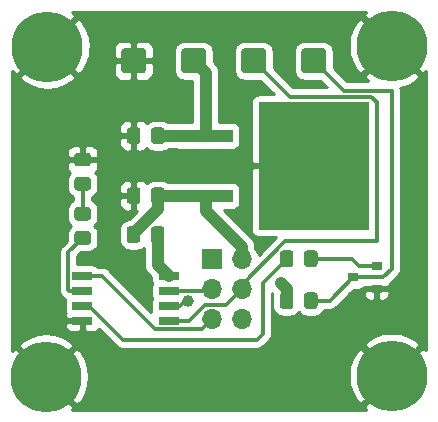
<source format=gbr>
%TF.GenerationSoftware,KiCad,Pcbnew,5.1.9*%
%TF.CreationDate,2021-02-14T15:49:58+01:00*%
%TF.ProjectId,test,74657374-2e6b-4696-9361-645f70636258,rev?*%
%TF.SameCoordinates,Original*%
%TF.FileFunction,Copper,L1,Top*%
%TF.FilePolarity,Positive*%
%FSLAX46Y46*%
G04 Gerber Fmt 4.6, Leading zero omitted, Abs format (unit mm)*
G04 Created by KiCad (PCBNEW 5.1.9) date 2021-02-14 15:49:58*
%MOMM*%
%LPD*%
G01*
G04 APERTURE LIST*
%TA.AperFunction,ComponentPad*%
%ADD10O,1.700000X1.700000*%
%TD*%
%TA.AperFunction,ComponentPad*%
%ADD11R,1.700000X1.700000*%
%TD*%
%TA.AperFunction,SMDPad,CuDef*%
%ADD12R,0.900000X0.800000*%
%TD*%
%TA.AperFunction,ComponentPad*%
%ADD13C,0.800000*%
%TD*%
%TA.AperFunction,ComponentPad*%
%ADD14C,6.000000*%
%TD*%
%TA.AperFunction,SMDPad,CuDef*%
%ADD15R,1.700000X0.650000*%
%TD*%
%TA.AperFunction,SMDPad,CuDef*%
%ADD16R,9.400000X10.800000*%
%TD*%
%TA.AperFunction,SMDPad,CuDef*%
%ADD17R,4.600000X1.100000*%
%TD*%
%TA.AperFunction,ViaPad*%
%ADD18C,1.000000*%
%TD*%
%TA.AperFunction,Conductor*%
%ADD19C,0.300000*%
%TD*%
%TA.AperFunction,Conductor*%
%ADD20C,1.000000*%
%TD*%
%TA.AperFunction,Conductor*%
%ADD21C,0.254000*%
%TD*%
%TA.AperFunction,Conductor*%
%ADD22C,0.100000*%
%TD*%
G04 APERTURE END LIST*
D10*
%TO.P,J1,6*%
%TO.N,GND*%
X38354000Y-43484800D03*
%TO.P,J1,5*%
%TO.N,Net-(J1-Pad5)*%
X35814000Y-43484800D03*
%TO.P,J1,4*%
%TO.N,Net-(H3-Pad1)*%
X38354000Y-40944800D03*
%TO.P,J1,3*%
%TO.N,Net-(J1-Pad3)*%
X35814000Y-40944800D03*
%TO.P,J1,2*%
%TO.N,+5V*%
X38354000Y-38404800D03*
D11*
%TO.P,J1,1*%
%TO.N,Net-(J1-Pad1)*%
X35814000Y-38404800D03*
%TD*%
D12*
%TO.P,Q1,3*%
%TO.N,Net-(H4-Pad1)*%
X47784000Y-39944000D03*
%TO.P,Q1,2*%
%TO.N,Net-(Q1-Pad2)*%
X49784000Y-38994000D03*
%TO.P,Q1,1*%
%TO.N,GND*%
X49784000Y-40894000D03*
%TD*%
%TO.P,R1,2*%
%TO.N,+5V*%
%TA.AperFunction,SMDPad,CuDef*%
G36*
G01*
X29767000Y-35871999D02*
X29767000Y-36772001D01*
G75*
G02*
X29517001Y-37022000I-249999J0D01*
G01*
X28866999Y-37022000D01*
G75*
G02*
X28617000Y-36772001I0J249999D01*
G01*
X28617000Y-35871999D01*
G75*
G02*
X28866999Y-35622000I249999J0D01*
G01*
X29517001Y-35622000D01*
G75*
G02*
X29767000Y-35871999I0J-249999D01*
G01*
G37*
%TD.AperFunction*%
%TO.P,R1,1*%
%TO.N,Net-(R1-Pad1)*%
%TA.AperFunction,SMDPad,CuDef*%
G36*
G01*
X31817000Y-35871999D02*
X31817000Y-36772001D01*
G75*
G02*
X31567001Y-37022000I-249999J0D01*
G01*
X30916999Y-37022000D01*
G75*
G02*
X30667000Y-36772001I0J249999D01*
G01*
X30667000Y-35871999D01*
G75*
G02*
X30916999Y-35622000I249999J0D01*
G01*
X31567001Y-35622000D01*
G75*
G02*
X31817000Y-35871999I0J-249999D01*
G01*
G37*
%TD.AperFunction*%
%TD*%
%TO.P,C2,2*%
%TO.N,GND*%
%TA.AperFunction,SMDPad,CuDef*%
G36*
G01*
X29785000Y-32569999D02*
X29785000Y-33470001D01*
G75*
G02*
X29535001Y-33720000I-249999J0D01*
G01*
X28884999Y-33720000D01*
G75*
G02*
X28635000Y-33470001I0J249999D01*
G01*
X28635000Y-32569999D01*
G75*
G02*
X28884999Y-32320000I249999J0D01*
G01*
X29535001Y-32320000D01*
G75*
G02*
X29785000Y-32569999I0J-249999D01*
G01*
G37*
%TD.AperFunction*%
%TO.P,C2,1*%
%TO.N,+5V*%
%TA.AperFunction,SMDPad,CuDef*%
G36*
G01*
X31835000Y-32569999D02*
X31835000Y-33470001D01*
G75*
G02*
X31585001Y-33720000I-249999J0D01*
G01*
X30934999Y-33720000D01*
G75*
G02*
X30685000Y-33470001I0J249999D01*
G01*
X30685000Y-32569999D01*
G75*
G02*
X30934999Y-32320000I249999J0D01*
G01*
X31585001Y-32320000D01*
G75*
G02*
X31835000Y-32569999I0J-249999D01*
G01*
G37*
%TD.AperFunction*%
%TD*%
%TO.P,R4,2*%
%TO.N,Net-(H4-Pad1)*%
%TA.AperFunction,SMDPad,CuDef*%
G36*
G01*
X43630000Y-42360001D02*
X43630000Y-41459999D01*
G75*
G02*
X43879999Y-41210000I249999J0D01*
G01*
X44530001Y-41210000D01*
G75*
G02*
X44780000Y-41459999I0J-249999D01*
G01*
X44780000Y-42360001D01*
G75*
G02*
X44530001Y-42610000I-249999J0D01*
G01*
X43879999Y-42610000D01*
G75*
G02*
X43630000Y-42360001I0J249999D01*
G01*
G37*
%TD.AperFunction*%
%TO.P,R4,1*%
%TO.N,+5V*%
%TA.AperFunction,SMDPad,CuDef*%
G36*
G01*
X41580000Y-42360001D02*
X41580000Y-41459999D01*
G75*
G02*
X41829999Y-41210000I249999J0D01*
G01*
X42480001Y-41210000D01*
G75*
G02*
X42730000Y-41459999I0J-249999D01*
G01*
X42730000Y-42360001D01*
G75*
G02*
X42480001Y-42610000I-249999J0D01*
G01*
X41829999Y-42610000D01*
G75*
G02*
X41580000Y-42360001I0J249999D01*
G01*
G37*
%TD.AperFunction*%
%TD*%
%TO.P,R3,2*%
%TO.N,Net-(R3-Pad2)*%
%TA.AperFunction,SMDPad,CuDef*%
G36*
G01*
X42739000Y-37903999D02*
X42739000Y-38804001D01*
G75*
G02*
X42489001Y-39054000I-249999J0D01*
G01*
X41838999Y-39054000D01*
G75*
G02*
X41589000Y-38804001I0J249999D01*
G01*
X41589000Y-37903999D01*
G75*
G02*
X41838999Y-37654000I249999J0D01*
G01*
X42489001Y-37654000D01*
G75*
G02*
X42739000Y-37903999I0J-249999D01*
G01*
G37*
%TD.AperFunction*%
%TO.P,R3,1*%
%TO.N,Net-(Q1-Pad2)*%
%TA.AperFunction,SMDPad,CuDef*%
G36*
G01*
X44789000Y-37903999D02*
X44789000Y-38804001D01*
G75*
G02*
X44539001Y-39054000I-249999J0D01*
G01*
X43888999Y-39054000D01*
G75*
G02*
X43639000Y-38804001I0J249999D01*
G01*
X43639000Y-37903999D01*
G75*
G02*
X43888999Y-37654000I249999J0D01*
G01*
X44539001Y-37654000D01*
G75*
G02*
X44789000Y-37903999I0J-249999D01*
G01*
G37*
%TD.AperFunction*%
%TD*%
D13*
%TO.P,H8,1*%
%TO.N,GND*%
X52644990Y-46669010D03*
X51054000Y-46010000D03*
X49463010Y-46669010D03*
X48804000Y-48260000D03*
X49463010Y-49850990D03*
X51054000Y-50510000D03*
X52644990Y-49850990D03*
X53304000Y-48260000D03*
D14*
X51054000Y-48260000D03*
%TD*%
D13*
%TO.P,H7,1*%
%TO.N,GND*%
X52644990Y-18733010D03*
X51054000Y-18074000D03*
X49463010Y-18733010D03*
X48804000Y-20324000D03*
X49463010Y-21914990D03*
X51054000Y-22574000D03*
X52644990Y-21914990D03*
X53304000Y-20324000D03*
D14*
X51054000Y-20320000D03*
%TD*%
D13*
%TO.P,H6,1*%
%TO.N,GND*%
X23368000Y-46736000D03*
X21777010Y-46076990D03*
X20186020Y-46736000D03*
X19527010Y-48326990D03*
X20186020Y-49917980D03*
X21777010Y-50576990D03*
X23368000Y-49917980D03*
X24027010Y-48326990D03*
D14*
X21777010Y-48326990D03*
%TD*%
D13*
%TO.P,H5,1*%
%TO.N,GND*%
X23501980Y-18796000D03*
X21910990Y-18136990D03*
X20320000Y-18796000D03*
X19660990Y-20386990D03*
X20320000Y-21977980D03*
X21910990Y-22636990D03*
X23501980Y-21977980D03*
X24160990Y-20386990D03*
D14*
X21910990Y-20386990D03*
%TD*%
D15*
%TO.P,U1,8*%
%TO.N,Net-(R1-Pad1)*%
X32166600Y-39801800D03*
%TO.P,U1,7*%
%TO.N,Net-(J1-Pad3)*%
X32166600Y-41071800D03*
%TO.P,U1,6*%
%TO.N,Net-(J1-Pad1)*%
X32166600Y-42341800D03*
%TO.P,U1,5*%
%TO.N,Net-(H3-Pad1)*%
X32166600Y-43611800D03*
%TO.P,U1,4*%
%TO.N,GND*%
X24866600Y-43611800D03*
%TO.P,U1,3*%
%TO.N,Net-(R3-Pad2)*%
X24866600Y-42341800D03*
%TO.P,U1,2*%
%TO.N,Net-(R2-Pad2)*%
X24866600Y-41071800D03*
%TO.P,U1,1*%
%TO.N,Net-(J1-Pad5)*%
X24866600Y-39801800D03*
%TD*%
%TO.P,H4-Pwr,1*%
%TO.N,Net-(H4-Pad1)*%
%TA.AperFunction,ComponentPad*%
G36*
G01*
X43400000Y-22390000D02*
X43400000Y-20790000D01*
G75*
G02*
X43650000Y-20540000I250000J0D01*
G01*
X45250000Y-20540000D01*
G75*
G02*
X45500000Y-20790000I0J-250000D01*
G01*
X45500000Y-22390000D01*
G75*
G02*
X45250000Y-22640000I-250000J0D01*
G01*
X43650000Y-22640000D01*
G75*
G02*
X43400000Y-22390000I0J250000D01*
G01*
G37*
%TD.AperFunction*%
%TD*%
%TO.P,H3-Off,1*%
%TO.N,Net-(H3-Pad1)*%
%TA.AperFunction,ComponentPad*%
G36*
G01*
X38320000Y-22390000D02*
X38320000Y-20790000D01*
G75*
G02*
X38570000Y-20540000I250000J0D01*
G01*
X40170000Y-20540000D01*
G75*
G02*
X40420000Y-20790000I0J-250000D01*
G01*
X40420000Y-22390000D01*
G75*
G02*
X40170000Y-22640000I-250000J0D01*
G01*
X38570000Y-22640000D01*
G75*
G02*
X38320000Y-22390000I0J250000D01*
G01*
G37*
%TD.AperFunction*%
%TD*%
%TO.P,H2-GND,1*%
%TO.N,GND*%
%TA.AperFunction,ComponentPad*%
G36*
G01*
X28160000Y-22390000D02*
X28160000Y-20790000D01*
G75*
G02*
X28410000Y-20540000I250000J0D01*
G01*
X30010000Y-20540000D01*
G75*
G02*
X30260000Y-20790000I0J-250000D01*
G01*
X30260000Y-22390000D01*
G75*
G02*
X30010000Y-22640000I-250000J0D01*
G01*
X28410000Y-22640000D01*
G75*
G02*
X28160000Y-22390000I0J250000D01*
G01*
G37*
%TD.AperFunction*%
%TD*%
%TO.P,H1-VCC,1*%
%TO.N,Net-(C1-Pad1)*%
%TA.AperFunction,ComponentPad*%
G36*
G01*
X33240000Y-22390000D02*
X33240000Y-20790000D01*
G75*
G02*
X33490000Y-20540000I250000J0D01*
G01*
X35090000Y-20540000D01*
G75*
G02*
X35340000Y-20790000I0J-250000D01*
G01*
X35340000Y-22390000D01*
G75*
G02*
X35090000Y-22640000I-250000J0D01*
G01*
X33490000Y-22640000D01*
G75*
G02*
X33240000Y-22390000I0J250000D01*
G01*
G37*
%TD.AperFunction*%
%TD*%
D16*
%TO.P,U2,2*%
%TO.N,GND*%
X44450000Y-30480000D03*
D17*
%TO.P,U2,3*%
%TO.N,+5V*%
X35300000Y-33020000D03*
%TO.P,U2,1*%
%TO.N,Net-(C1-Pad1)*%
X35300000Y-27940000D03*
%TD*%
%TO.P,D1,2*%
%TO.N,Net-(D1-Pad2)*%
%TA.AperFunction,SMDPad,CuDef*%
G36*
G01*
X24441999Y-31438000D02*
X25342001Y-31438000D01*
G75*
G02*
X25592000Y-31687999I0J-249999D01*
G01*
X25592000Y-32338001D01*
G75*
G02*
X25342001Y-32588000I-249999J0D01*
G01*
X24441999Y-32588000D01*
G75*
G02*
X24192000Y-32338001I0J249999D01*
G01*
X24192000Y-31687999D01*
G75*
G02*
X24441999Y-31438000I249999J0D01*
G01*
G37*
%TD.AperFunction*%
%TO.P,D1,1*%
%TO.N,GND*%
%TA.AperFunction,SMDPad,CuDef*%
G36*
G01*
X24441999Y-29388000D02*
X25342001Y-29388000D01*
G75*
G02*
X25592000Y-29637999I0J-249999D01*
G01*
X25592000Y-30288001D01*
G75*
G02*
X25342001Y-30538000I-249999J0D01*
G01*
X24441999Y-30538000D01*
G75*
G02*
X24192000Y-30288001I0J249999D01*
G01*
X24192000Y-29637999D01*
G75*
G02*
X24441999Y-29388000I249999J0D01*
G01*
G37*
%TD.AperFunction*%
%TD*%
%TO.P,R2,2*%
%TO.N,Net-(R2-Pad2)*%
%TA.AperFunction,SMDPad,CuDef*%
G36*
G01*
X24441999Y-36019000D02*
X25342001Y-36019000D01*
G75*
G02*
X25592000Y-36268999I0J-249999D01*
G01*
X25592000Y-36919001D01*
G75*
G02*
X25342001Y-37169000I-249999J0D01*
G01*
X24441999Y-37169000D01*
G75*
G02*
X24192000Y-36919001I0J249999D01*
G01*
X24192000Y-36268999D01*
G75*
G02*
X24441999Y-36019000I249999J0D01*
G01*
G37*
%TD.AperFunction*%
%TO.P,R2,1*%
%TO.N,Net-(D1-Pad2)*%
%TA.AperFunction,SMDPad,CuDef*%
G36*
G01*
X24441999Y-33969000D02*
X25342001Y-33969000D01*
G75*
G02*
X25592000Y-34218999I0J-249999D01*
G01*
X25592000Y-34869001D01*
G75*
G02*
X25342001Y-35119000I-249999J0D01*
G01*
X24441999Y-35119000D01*
G75*
G02*
X24192000Y-34869001I0J249999D01*
G01*
X24192000Y-34218999D01*
G75*
G02*
X24441999Y-33969000I249999J0D01*
G01*
G37*
%TD.AperFunction*%
%TD*%
%TO.P,C1,2*%
%TO.N,GND*%
%TA.AperFunction,SMDPad,CuDef*%
G36*
G01*
X29785000Y-27489999D02*
X29785000Y-28390001D01*
G75*
G02*
X29535001Y-28640000I-249999J0D01*
G01*
X28884999Y-28640000D01*
G75*
G02*
X28635000Y-28390001I0J249999D01*
G01*
X28635000Y-27489999D01*
G75*
G02*
X28884999Y-27240000I249999J0D01*
G01*
X29535001Y-27240000D01*
G75*
G02*
X29785000Y-27489999I0J-249999D01*
G01*
G37*
%TD.AperFunction*%
%TO.P,C1,1*%
%TO.N,Net-(C1-Pad1)*%
%TA.AperFunction,SMDPad,CuDef*%
G36*
G01*
X31835000Y-27489999D02*
X31835000Y-28390001D01*
G75*
G02*
X31585001Y-28640000I-249999J0D01*
G01*
X30934999Y-28640000D01*
G75*
G02*
X30685000Y-28390001I0J249999D01*
G01*
X30685000Y-27489999D01*
G75*
G02*
X30934999Y-27240000I249999J0D01*
G01*
X31585001Y-27240000D01*
G75*
G02*
X31835000Y-27489999I0J-249999D01*
G01*
G37*
%TD.AperFunction*%
%TD*%
D18*
%TO.N,+5V*%
X41656000Y-40386000D03*
%TO.N,Net-(J1-Pad1)*%
X33782000Y-41921800D03*
%TD*%
D19*
%TO.N,Net-(D1-Pad2)*%
X24892000Y-34544000D02*
X24892000Y-32013000D01*
D20*
%TO.N,Net-(R1-Pad1)*%
X31242000Y-38877200D02*
X32166600Y-39801800D01*
X31242000Y-36322000D02*
X31242000Y-38877200D01*
D19*
%TO.N,Net-(R2-Pad2)*%
X23666599Y-37819401D02*
X24892000Y-36594000D01*
X23666599Y-41021799D02*
X23666599Y-37819401D01*
X23716600Y-41071800D02*
X23666599Y-41021799D01*
X24866600Y-41071800D02*
X23716600Y-41071800D01*
D20*
%TO.N,Net-(C1-Pad1)*%
X31260000Y-27940000D02*
X35300000Y-27940000D01*
X35300000Y-22600000D02*
X34290000Y-21590000D01*
X35300000Y-27940000D02*
X35300000Y-22600000D01*
D19*
%TO.N,Net-(Q1-Pad2)*%
X48314002Y-38994000D02*
X49784000Y-38994000D01*
X47674002Y-38354000D02*
X48314002Y-38994000D01*
X44214000Y-38354000D02*
X47674002Y-38354000D01*
%TO.N,Net-(R3-Pad2)*%
X25401602Y-42341800D02*
X28271802Y-45212000D01*
X24866600Y-42341800D02*
X25401602Y-42341800D01*
X28271802Y-45212000D02*
X39624000Y-45212000D01*
X39624000Y-45212000D02*
X40132000Y-44704000D01*
X40132000Y-40386000D02*
X42164000Y-38354000D01*
X40132000Y-44704000D02*
X40132000Y-40386000D01*
D20*
%TO.N,+5V*%
X31260000Y-33020000D02*
X35300000Y-33020000D01*
X35300000Y-34284000D02*
X35560000Y-34544000D01*
X35300000Y-33020000D02*
X35300000Y-34284000D01*
X29192000Y-36253480D02*
X29192000Y-36322000D01*
X31260000Y-34185480D02*
X29192000Y-36253480D01*
X31260000Y-33020000D02*
X31260000Y-34185480D01*
X42155000Y-40885000D02*
X41656000Y-40386000D01*
X42155000Y-41910000D02*
X42155000Y-40885000D01*
X35300000Y-34284000D02*
X38354000Y-37338000D01*
X38354000Y-37338000D02*
X38354000Y-38404800D01*
D19*
%TO.N,Net-(J1-Pad5)*%
X35011999Y-44286801D02*
X35814000Y-43484800D01*
X31036599Y-44286801D02*
X35011999Y-44286801D01*
X26551598Y-39801800D02*
X31036599Y-44286801D01*
X24866600Y-39801800D02*
X26551598Y-39801800D01*
%TO.N,Net-(J1-Pad3)*%
X35687000Y-41071800D02*
X35814000Y-40944800D01*
X32166600Y-41071800D02*
X35687000Y-41071800D01*
%TO.N,Net-(J1-Pad1)*%
X32166600Y-42341800D02*
X33096200Y-42341800D01*
X33096200Y-42341800D02*
X33782000Y-41656000D01*
X33782000Y-41656000D02*
X33782000Y-41921800D01*
%TO.N,Net-(H3-Pad1)*%
X37014001Y-42284799D02*
X38354000Y-40944800D01*
X35237999Y-42284799D02*
X37014001Y-42284799D01*
X33910998Y-43611800D02*
X35237999Y-42284799D01*
X32166600Y-43611800D02*
X33910998Y-43611800D01*
X49338002Y-24638000D02*
X42418000Y-24638000D01*
X49784000Y-36830000D02*
X49784000Y-25083998D01*
X42064454Y-36830000D02*
X49784000Y-36830000D01*
X49784000Y-25083998D02*
X49338002Y-24638000D01*
X38354000Y-40540454D02*
X42064454Y-36830000D01*
X42418000Y-24638000D02*
X39370000Y-21590000D01*
X38354000Y-40944800D02*
X38354000Y-40540454D01*
%TO.N,Net-(H4-Pad1)*%
X45818000Y-41910000D02*
X47784000Y-39944000D01*
X44205000Y-41910000D02*
X45818000Y-41910000D01*
X46530001Y-23670001D02*
X44450000Y-21590000D01*
X46990000Y-24130000D02*
X46530001Y-23670001D01*
X51054000Y-24130000D02*
X46990000Y-24130000D01*
X51054000Y-39204002D02*
X51054000Y-24130000D01*
X50314002Y-39944000D02*
X51054000Y-39204002D01*
X47784000Y-39944000D02*
X50314002Y-39944000D01*
%TD*%
D21*
%TO.N,GND*%
X48674919Y-17761314D02*
X48936578Y-18022973D01*
X48936174Y-18026569D01*
X49463010Y-18553405D01*
X49465010Y-18551405D01*
X49644615Y-18731010D01*
X49642615Y-18733010D01*
X50169451Y-19259846D01*
X50173047Y-19259442D01*
X51054000Y-20140395D01*
X51068143Y-20126253D01*
X51247748Y-20305858D01*
X51233605Y-20320000D01*
X52118558Y-21204953D01*
X52118154Y-21208549D01*
X52644990Y-21735385D01*
X52646990Y-21733385D01*
X52826595Y-21912990D01*
X52824595Y-21914990D01*
X53351431Y-22441826D01*
X53355027Y-22441422D01*
X53612686Y-22699081D01*
X53949303Y-22457882D01*
X53941580Y-46116585D01*
X53612686Y-45880919D01*
X51233605Y-48260000D01*
X51247748Y-48274143D01*
X51068143Y-48453748D01*
X51054000Y-48439605D01*
X48674919Y-50818686D01*
X48916617Y-51156000D01*
X23962393Y-51156000D01*
X24156091Y-50885676D01*
X21777010Y-48506595D01*
X21762868Y-48520738D01*
X21583263Y-48341133D01*
X21597405Y-48326990D01*
X21956615Y-48326990D01*
X24335696Y-50706071D01*
X24804878Y-50369884D01*
X25145247Y-49739922D01*
X25356176Y-49055663D01*
X25429560Y-48343401D01*
X25420183Y-48243589D01*
X47401450Y-48243589D01*
X47468431Y-48956482D01*
X47673204Y-49642609D01*
X48007898Y-50275603D01*
X48026132Y-50302894D01*
X48495314Y-50639081D01*
X50874395Y-48260000D01*
X48495314Y-45880919D01*
X48026132Y-46217106D01*
X47685763Y-46847068D01*
X47474834Y-47531327D01*
X47401450Y-48243589D01*
X25420183Y-48243589D01*
X25362579Y-47630508D01*
X25157806Y-46944381D01*
X24823112Y-46311387D01*
X24804878Y-46284096D01*
X24335696Y-45947909D01*
X21956615Y-48326990D01*
X21597405Y-48326990D01*
X19218324Y-45947909D01*
X18948000Y-46141607D01*
X18948000Y-45768304D01*
X19397929Y-45768304D01*
X21777010Y-48147385D01*
X24156091Y-45768304D01*
X23819904Y-45299122D01*
X23189942Y-44958753D01*
X22505683Y-44747824D01*
X21793421Y-44674440D01*
X21080528Y-44741421D01*
X20394401Y-44946194D01*
X19761407Y-45280888D01*
X19734116Y-45299122D01*
X19397929Y-45768304D01*
X18948000Y-45768304D01*
X18948000Y-43936800D01*
X23378528Y-43936800D01*
X23390788Y-44061282D01*
X23427098Y-44180980D01*
X23486063Y-44291294D01*
X23565415Y-44387985D01*
X23662106Y-44467337D01*
X23772420Y-44526302D01*
X23892118Y-44562612D01*
X24016600Y-44574872D01*
X24580850Y-44571800D01*
X24739600Y-44413050D01*
X24739600Y-43738800D01*
X23540350Y-43738800D01*
X23381600Y-43897550D01*
X23378528Y-43936800D01*
X18948000Y-43936800D01*
X18948000Y-37819401D01*
X22877802Y-37819401D01*
X22881600Y-37857964D01*
X22881599Y-40983246D01*
X22877802Y-41021799D01*
X22881599Y-41060352D01*
X22881599Y-41060359D01*
X22892958Y-41175685D01*
X22937845Y-41323658D01*
X23010737Y-41460031D01*
X23108835Y-41579563D01*
X23136298Y-41602101D01*
X23158836Y-41629564D01*
X23278367Y-41727662D01*
X23414740Y-41800554D01*
X23418297Y-41801633D01*
X23390788Y-41892318D01*
X23378528Y-42016800D01*
X23378528Y-42666800D01*
X23390788Y-42791282D01*
X23427098Y-42910980D01*
X23462280Y-42976800D01*
X23427098Y-43042620D01*
X23390788Y-43162318D01*
X23378528Y-43286800D01*
X23381600Y-43326050D01*
X23540350Y-43484800D01*
X24739600Y-43484800D01*
X24739600Y-43464800D01*
X24993600Y-43464800D01*
X24993600Y-43484800D01*
X25013600Y-43484800D01*
X25013600Y-43738800D01*
X24993600Y-43738800D01*
X24993600Y-44413050D01*
X25152350Y-44571800D01*
X25716600Y-44574872D01*
X25841082Y-44562612D01*
X25960780Y-44526302D01*
X26071094Y-44467337D01*
X26167785Y-44387985D01*
X26244343Y-44294698D01*
X27689455Y-45739810D01*
X27714038Y-45769764D01*
X27833569Y-45867862D01*
X27937892Y-45923623D01*
X27969942Y-45940754D01*
X28117915Y-45985642D01*
X28192828Y-45993020D01*
X28233241Y-45997000D01*
X28233246Y-45997000D01*
X28271802Y-46000797D01*
X28310358Y-45997000D01*
X39585447Y-45997000D01*
X39624000Y-46000797D01*
X39662553Y-45997000D01*
X39662561Y-45997000D01*
X39777887Y-45985641D01*
X39925860Y-45940754D01*
X40062233Y-45867862D01*
X40181764Y-45769764D01*
X40206347Y-45739810D01*
X40244843Y-45701314D01*
X48674919Y-45701314D01*
X51054000Y-48080395D01*
X53433081Y-45701314D01*
X53096894Y-45232132D01*
X52466932Y-44891763D01*
X51782673Y-44680834D01*
X51070411Y-44607450D01*
X50357518Y-44674431D01*
X49671391Y-44879204D01*
X49038397Y-45213898D01*
X49011106Y-45232132D01*
X48674919Y-45701314D01*
X40244843Y-45701314D01*
X40659811Y-45286346D01*
X40689764Y-45261764D01*
X40787862Y-45142233D01*
X40860754Y-45005860D01*
X40905641Y-44857887D01*
X40917000Y-44742561D01*
X40917000Y-44742554D01*
X40920797Y-44704001D01*
X40917000Y-44665448D01*
X40917000Y-41252132D01*
X40958330Y-41293462D01*
X40941928Y-41459999D01*
X40941928Y-42360001D01*
X40958992Y-42533255D01*
X41009528Y-42699851D01*
X41091595Y-42853387D01*
X41202038Y-42987962D01*
X41336613Y-43098405D01*
X41490149Y-43180472D01*
X41656745Y-43231008D01*
X41829999Y-43248072D01*
X42480001Y-43248072D01*
X42653255Y-43231008D01*
X42819851Y-43180472D01*
X42973387Y-43098405D01*
X43107962Y-42987962D01*
X43180000Y-42900184D01*
X43252038Y-42987962D01*
X43386613Y-43098405D01*
X43540149Y-43180472D01*
X43706745Y-43231008D01*
X43879999Y-43248072D01*
X44530001Y-43248072D01*
X44703255Y-43231008D01*
X44869851Y-43180472D01*
X45023387Y-43098405D01*
X45157962Y-42987962D01*
X45268405Y-42853387D01*
X45350472Y-42699851D01*
X45351944Y-42695000D01*
X45779447Y-42695000D01*
X45818000Y-42698797D01*
X45856553Y-42695000D01*
X45856561Y-42695000D01*
X45971887Y-42683641D01*
X46119860Y-42638754D01*
X46256233Y-42565862D01*
X46375764Y-42467764D01*
X46400347Y-42437810D01*
X47544157Y-41294000D01*
X48695928Y-41294000D01*
X48708188Y-41418482D01*
X48744498Y-41538180D01*
X48803463Y-41648494D01*
X48882815Y-41745185D01*
X48979506Y-41824537D01*
X49089820Y-41883502D01*
X49209518Y-41919812D01*
X49334000Y-41932072D01*
X49498250Y-41929000D01*
X49657000Y-41770250D01*
X49657000Y-41021000D01*
X49911000Y-41021000D01*
X49911000Y-41770250D01*
X50069750Y-41929000D01*
X50234000Y-41932072D01*
X50358482Y-41919812D01*
X50478180Y-41883502D01*
X50588494Y-41824537D01*
X50685185Y-41745185D01*
X50764537Y-41648494D01*
X50823502Y-41538180D01*
X50859812Y-41418482D01*
X50872072Y-41294000D01*
X50869000Y-41179750D01*
X50710250Y-41021000D01*
X49911000Y-41021000D01*
X49657000Y-41021000D01*
X48857750Y-41021000D01*
X48699000Y-41179750D01*
X48695928Y-41294000D01*
X47544157Y-41294000D01*
X47856085Y-40982072D01*
X48234000Y-40982072D01*
X48358482Y-40969812D01*
X48478180Y-40933502D01*
X48588494Y-40874537D01*
X48685185Y-40795185D01*
X48739501Y-40729000D01*
X48819750Y-40729000D01*
X48857750Y-40767000D01*
X49657000Y-40767000D01*
X49657000Y-40747000D01*
X49911000Y-40747000D01*
X49911000Y-40767000D01*
X50710250Y-40767000D01*
X50869000Y-40608250D01*
X50871867Y-40501642D01*
X50896349Y-40471811D01*
X51581816Y-39786343D01*
X51611764Y-39761766D01*
X51709862Y-39642235D01*
X51782754Y-39505862D01*
X51805089Y-39432233D01*
X51827641Y-39357890D01*
X51830159Y-39332324D01*
X51839000Y-39242563D01*
X51839000Y-39242556D01*
X51842797Y-39204003D01*
X51839000Y-39165450D01*
X51839000Y-24168561D01*
X51842798Y-24130000D01*
X51827641Y-23976113D01*
X51801613Y-23890309D01*
X52436609Y-23700796D01*
X53069603Y-23366102D01*
X53096894Y-23347868D01*
X53433081Y-22878686D01*
X51054000Y-20499605D01*
X48674919Y-22878686D01*
X49009051Y-23345000D01*
X47315156Y-23345000D01*
X47057813Y-23087656D01*
X46138072Y-22167915D01*
X46138072Y-20790000D01*
X46121008Y-20616746D01*
X46070472Y-20450150D01*
X45992134Y-20303589D01*
X47401450Y-20303589D01*
X47468431Y-21016482D01*
X47673204Y-21702609D01*
X48007898Y-22335603D01*
X48026132Y-22362894D01*
X48495314Y-22699081D01*
X48752973Y-22441422D01*
X48756569Y-22441826D01*
X49283405Y-21914990D01*
X49281405Y-21912990D01*
X49461010Y-21733385D01*
X49463010Y-21735385D01*
X49989846Y-21208549D01*
X49989442Y-21204953D01*
X50874395Y-20320000D01*
X48495314Y-17940919D01*
X48026132Y-18277106D01*
X47685763Y-18907068D01*
X47474834Y-19591327D01*
X47401450Y-20303589D01*
X45992134Y-20303589D01*
X45988405Y-20296614D01*
X45877962Y-20162038D01*
X45743386Y-20051595D01*
X45589850Y-19969528D01*
X45423254Y-19918992D01*
X45250000Y-19901928D01*
X43650000Y-19901928D01*
X43476746Y-19918992D01*
X43310150Y-19969528D01*
X43156614Y-20051595D01*
X43022038Y-20162038D01*
X42911595Y-20296614D01*
X42829528Y-20450150D01*
X42778992Y-20616746D01*
X42761928Y-20790000D01*
X42761928Y-22390000D01*
X42778992Y-22563254D01*
X42829528Y-22729850D01*
X42911595Y-22883386D01*
X43022038Y-23017962D01*
X43156614Y-23128405D01*
X43310150Y-23210472D01*
X43476746Y-23261008D01*
X43650000Y-23278072D01*
X45027915Y-23278072D01*
X45602843Y-23853000D01*
X42743158Y-23853000D01*
X41058072Y-22167915D01*
X41058072Y-20790000D01*
X41041008Y-20616746D01*
X40990472Y-20450150D01*
X40908405Y-20296614D01*
X40797962Y-20162038D01*
X40663386Y-20051595D01*
X40509850Y-19969528D01*
X40343254Y-19918992D01*
X40170000Y-19901928D01*
X38570000Y-19901928D01*
X38396746Y-19918992D01*
X38230150Y-19969528D01*
X38076614Y-20051595D01*
X37942038Y-20162038D01*
X37831595Y-20296614D01*
X37749528Y-20450150D01*
X37698992Y-20616746D01*
X37681928Y-20790000D01*
X37681928Y-22390000D01*
X37698992Y-22563254D01*
X37749528Y-22729850D01*
X37831595Y-22883386D01*
X37942038Y-23017962D01*
X38076614Y-23128405D01*
X38230150Y-23210472D01*
X38396746Y-23261008D01*
X38570000Y-23278072D01*
X39947915Y-23278072D01*
X41112719Y-24442876D01*
X39750000Y-24441928D01*
X39625518Y-24454188D01*
X39505820Y-24490498D01*
X39395506Y-24549463D01*
X39298815Y-24628815D01*
X39219463Y-24725506D01*
X39160498Y-24835820D01*
X39124188Y-24955518D01*
X39111928Y-25080000D01*
X39115000Y-30194250D01*
X39273750Y-30353000D01*
X44323000Y-30353000D01*
X44323000Y-30333000D01*
X44577000Y-30333000D01*
X44577000Y-30353000D01*
X44597000Y-30353000D01*
X44597000Y-30607000D01*
X44577000Y-30607000D01*
X44577000Y-30627000D01*
X44323000Y-30627000D01*
X44323000Y-30607000D01*
X39273750Y-30607000D01*
X39115000Y-30765750D01*
X39111928Y-35880000D01*
X39124188Y-36004482D01*
X39160498Y-36124180D01*
X39219463Y-36234494D01*
X39298815Y-36331185D01*
X39395506Y-36410537D01*
X39505820Y-36469502D01*
X39625518Y-36505812D01*
X39750000Y-36518072D01*
X41267280Y-36517016D01*
X39787029Y-37997267D01*
X39781932Y-37971642D01*
X39669990Y-37701389D01*
X39507475Y-37458168D01*
X39489000Y-37439693D01*
X39489000Y-37393743D01*
X39494490Y-37337999D01*
X39489000Y-37282255D01*
X39489000Y-37282248D01*
X39472577Y-37115501D01*
X39468972Y-37103615D01*
X39447548Y-37032992D01*
X39407676Y-36901553D01*
X39302284Y-36704377D01*
X39160449Y-36531551D01*
X39117141Y-36496009D01*
X36829203Y-34208072D01*
X37600000Y-34208072D01*
X37724482Y-34195812D01*
X37844180Y-34159502D01*
X37954494Y-34100537D01*
X38051185Y-34021185D01*
X38130537Y-33924494D01*
X38189502Y-33814180D01*
X38225812Y-33694482D01*
X38238072Y-33570000D01*
X38238072Y-32470000D01*
X38225812Y-32345518D01*
X38189502Y-32225820D01*
X38130537Y-32115506D01*
X38051185Y-32018815D01*
X37954494Y-31939463D01*
X37844180Y-31880498D01*
X37724482Y-31844188D01*
X37600000Y-31831928D01*
X33000000Y-31831928D01*
X32875518Y-31844188D01*
X32755820Y-31880498D01*
X32747397Y-31885000D01*
X32143461Y-31885000D01*
X32078387Y-31831595D01*
X31924851Y-31749528D01*
X31758255Y-31698992D01*
X31585001Y-31681928D01*
X30934999Y-31681928D01*
X30761745Y-31698992D01*
X30595149Y-31749528D01*
X30441613Y-31831595D01*
X30307038Y-31942038D01*
X30301658Y-31948594D01*
X30236185Y-31868815D01*
X30139494Y-31789463D01*
X30029180Y-31730498D01*
X29909482Y-31694188D01*
X29785000Y-31681928D01*
X29495750Y-31685000D01*
X29337000Y-31843750D01*
X29337000Y-32893000D01*
X29357000Y-32893000D01*
X29357000Y-33147000D01*
X29337000Y-33147000D01*
X29337000Y-34196250D01*
X29490549Y-34349799D01*
X28855265Y-34985084D01*
X28693745Y-35000992D01*
X28527149Y-35051528D01*
X28373613Y-35133595D01*
X28239038Y-35244038D01*
X28128595Y-35378613D01*
X28046528Y-35532149D01*
X27995992Y-35698745D01*
X27978928Y-35871999D01*
X27978928Y-36772001D01*
X27995992Y-36945255D01*
X28046528Y-37111851D01*
X28128595Y-37265387D01*
X28239038Y-37399962D01*
X28373613Y-37510405D01*
X28527149Y-37592472D01*
X28693745Y-37643008D01*
X28866999Y-37660072D01*
X29517001Y-37660072D01*
X29690255Y-37643008D01*
X29856851Y-37592472D01*
X30010387Y-37510405D01*
X30107000Y-37431116D01*
X30107001Y-38821439D01*
X30101509Y-38877200D01*
X30123423Y-39099698D01*
X30188324Y-39313646D01*
X30215008Y-39363568D01*
X30293717Y-39510823D01*
X30435552Y-39683649D01*
X30478860Y-39719191D01*
X30678528Y-39918859D01*
X30678528Y-40126800D01*
X30690788Y-40251282D01*
X30727098Y-40370980D01*
X30762280Y-40436800D01*
X30727098Y-40502620D01*
X30690788Y-40622318D01*
X30678528Y-40746800D01*
X30678528Y-41396800D01*
X30690788Y-41521282D01*
X30727098Y-41640980D01*
X30762280Y-41706800D01*
X30727098Y-41772620D01*
X30690788Y-41892318D01*
X30678528Y-42016800D01*
X30678528Y-42666800D01*
X30690788Y-42791282D01*
X30708010Y-42848054D01*
X27133945Y-39273990D01*
X27109362Y-39244036D01*
X26989831Y-39145938D01*
X26853458Y-39073046D01*
X26705485Y-39028159D01*
X26590159Y-39016800D01*
X26590151Y-39016800D01*
X26551598Y-39013003D01*
X26513045Y-39016800D01*
X26157044Y-39016800D01*
X26071094Y-38946263D01*
X25960780Y-38887298D01*
X25841082Y-38850988D01*
X25716600Y-38838728D01*
X24451599Y-38838728D01*
X24451599Y-38144558D01*
X24789085Y-37807072D01*
X25342001Y-37807072D01*
X25515255Y-37790008D01*
X25681851Y-37739472D01*
X25835387Y-37657405D01*
X25969962Y-37546962D01*
X26080405Y-37412387D01*
X26162472Y-37258851D01*
X26213008Y-37092255D01*
X26230072Y-36919001D01*
X26230072Y-36268999D01*
X26213008Y-36095745D01*
X26162472Y-35929149D01*
X26080405Y-35775613D01*
X25969962Y-35641038D01*
X25882184Y-35569000D01*
X25969962Y-35496962D01*
X26080405Y-35362387D01*
X26162472Y-35208851D01*
X26213008Y-35042255D01*
X26230072Y-34869001D01*
X26230072Y-34218999D01*
X26213008Y-34045745D01*
X26162472Y-33879149D01*
X26080405Y-33725613D01*
X26075799Y-33720000D01*
X27996928Y-33720000D01*
X28009188Y-33844482D01*
X28045498Y-33964180D01*
X28104463Y-34074494D01*
X28183815Y-34171185D01*
X28280506Y-34250537D01*
X28390820Y-34309502D01*
X28510518Y-34345812D01*
X28635000Y-34358072D01*
X28924250Y-34355000D01*
X29083000Y-34196250D01*
X29083000Y-33147000D01*
X28158750Y-33147000D01*
X28000000Y-33305750D01*
X27996928Y-33720000D01*
X26075799Y-33720000D01*
X25969962Y-33591038D01*
X25835387Y-33480595D01*
X25681851Y-33398528D01*
X25677000Y-33397056D01*
X25677000Y-33159944D01*
X25681851Y-33158472D01*
X25835387Y-33076405D01*
X25969962Y-32965962D01*
X26080405Y-32831387D01*
X26162472Y-32677851D01*
X26213008Y-32511255D01*
X26230072Y-32338001D01*
X26230072Y-32320000D01*
X27996928Y-32320000D01*
X28000000Y-32734250D01*
X28158750Y-32893000D01*
X29083000Y-32893000D01*
X29083000Y-31843750D01*
X28924250Y-31685000D01*
X28635000Y-31681928D01*
X28510518Y-31694188D01*
X28390820Y-31730498D01*
X28280506Y-31789463D01*
X28183815Y-31868815D01*
X28104463Y-31965506D01*
X28045498Y-32075820D01*
X28009188Y-32195518D01*
X27996928Y-32320000D01*
X26230072Y-32320000D01*
X26230072Y-31687999D01*
X26213008Y-31514745D01*
X26162472Y-31348149D01*
X26080405Y-31194613D01*
X25969962Y-31060038D01*
X25963406Y-31054658D01*
X26043185Y-30989185D01*
X26122537Y-30892494D01*
X26181502Y-30782180D01*
X26217812Y-30662482D01*
X26230072Y-30538000D01*
X26227000Y-30248750D01*
X26068250Y-30090000D01*
X25019000Y-30090000D01*
X25019000Y-30110000D01*
X24765000Y-30110000D01*
X24765000Y-30090000D01*
X23715750Y-30090000D01*
X23557000Y-30248750D01*
X23553928Y-30538000D01*
X23566188Y-30662482D01*
X23602498Y-30782180D01*
X23661463Y-30892494D01*
X23740815Y-30989185D01*
X23820594Y-31054658D01*
X23814038Y-31060038D01*
X23703595Y-31194613D01*
X23621528Y-31348149D01*
X23570992Y-31514745D01*
X23553928Y-31687999D01*
X23553928Y-32338001D01*
X23570992Y-32511255D01*
X23621528Y-32677851D01*
X23703595Y-32831387D01*
X23814038Y-32965962D01*
X23948613Y-33076405D01*
X24102149Y-33158472D01*
X24107001Y-33159944D01*
X24107000Y-33397056D01*
X24102149Y-33398528D01*
X23948613Y-33480595D01*
X23814038Y-33591038D01*
X23703595Y-33725613D01*
X23621528Y-33879149D01*
X23570992Y-34045745D01*
X23553928Y-34218999D01*
X23553928Y-34869001D01*
X23570992Y-35042255D01*
X23621528Y-35208851D01*
X23703595Y-35362387D01*
X23814038Y-35496962D01*
X23901816Y-35569000D01*
X23814038Y-35641038D01*
X23703595Y-35775613D01*
X23621528Y-35929149D01*
X23570992Y-36095745D01*
X23553928Y-36268999D01*
X23553928Y-36821915D01*
X23138784Y-37237059D01*
X23108836Y-37261637D01*
X23084258Y-37291585D01*
X23084254Y-37291589D01*
X23071479Y-37307156D01*
X23010738Y-37381168D01*
X22984467Y-37430318D01*
X22937845Y-37517542D01*
X22892958Y-37665515D01*
X22877802Y-37819401D01*
X18948000Y-37819401D01*
X18948000Y-29388000D01*
X23553928Y-29388000D01*
X23557000Y-29677250D01*
X23715750Y-29836000D01*
X24765000Y-29836000D01*
X24765000Y-28911750D01*
X25019000Y-28911750D01*
X25019000Y-29836000D01*
X26068250Y-29836000D01*
X26227000Y-29677250D01*
X26230072Y-29388000D01*
X26217812Y-29263518D01*
X26181502Y-29143820D01*
X26122537Y-29033506D01*
X26043185Y-28936815D01*
X25946494Y-28857463D01*
X25836180Y-28798498D01*
X25716482Y-28762188D01*
X25592000Y-28749928D01*
X25177750Y-28753000D01*
X25019000Y-28911750D01*
X24765000Y-28911750D01*
X24606250Y-28753000D01*
X24192000Y-28749928D01*
X24067518Y-28762188D01*
X23947820Y-28798498D01*
X23837506Y-28857463D01*
X23740815Y-28936815D01*
X23661463Y-29033506D01*
X23602498Y-29143820D01*
X23566188Y-29263518D01*
X23553928Y-29388000D01*
X18948000Y-29388000D01*
X18948000Y-28640000D01*
X27996928Y-28640000D01*
X28009188Y-28764482D01*
X28045498Y-28884180D01*
X28104463Y-28994494D01*
X28183815Y-29091185D01*
X28280506Y-29170537D01*
X28390820Y-29229502D01*
X28510518Y-29265812D01*
X28635000Y-29278072D01*
X28924250Y-29275000D01*
X29083000Y-29116250D01*
X29083000Y-28067000D01*
X28158750Y-28067000D01*
X28000000Y-28225750D01*
X27996928Y-28640000D01*
X18948000Y-28640000D01*
X18948000Y-27240000D01*
X27996928Y-27240000D01*
X28000000Y-27654250D01*
X28158750Y-27813000D01*
X29083000Y-27813000D01*
X29083000Y-26763750D01*
X29337000Y-26763750D01*
X29337000Y-27813000D01*
X29357000Y-27813000D01*
X29357000Y-28067000D01*
X29337000Y-28067000D01*
X29337000Y-29116250D01*
X29495750Y-29275000D01*
X29785000Y-29278072D01*
X29909482Y-29265812D01*
X30029180Y-29229502D01*
X30139494Y-29170537D01*
X30236185Y-29091185D01*
X30301658Y-29011406D01*
X30307038Y-29017962D01*
X30441613Y-29128405D01*
X30595149Y-29210472D01*
X30761745Y-29261008D01*
X30934999Y-29278072D01*
X31585001Y-29278072D01*
X31758255Y-29261008D01*
X31924851Y-29210472D01*
X32078387Y-29128405D01*
X32143461Y-29075000D01*
X32747397Y-29075000D01*
X32755820Y-29079502D01*
X32875518Y-29115812D01*
X33000000Y-29128072D01*
X37600000Y-29128072D01*
X37724482Y-29115812D01*
X37844180Y-29079502D01*
X37954494Y-29020537D01*
X38051185Y-28941185D01*
X38130537Y-28844494D01*
X38189502Y-28734180D01*
X38225812Y-28614482D01*
X38238072Y-28490000D01*
X38238072Y-27390000D01*
X38225812Y-27265518D01*
X38189502Y-27145820D01*
X38130537Y-27035506D01*
X38051185Y-26938815D01*
X37954494Y-26859463D01*
X37844180Y-26800498D01*
X37724482Y-26764188D01*
X37600000Y-26751928D01*
X36435000Y-26751928D01*
X36435000Y-22655752D01*
X36440491Y-22600000D01*
X36418577Y-22377501D01*
X36353676Y-22163553D01*
X36248284Y-21966377D01*
X36141989Y-21836856D01*
X36141987Y-21836854D01*
X36106449Y-21793551D01*
X36063145Y-21758013D01*
X35978072Y-21672939D01*
X35978072Y-20790000D01*
X35961008Y-20616746D01*
X35910472Y-20450150D01*
X35828405Y-20296614D01*
X35717962Y-20162038D01*
X35583386Y-20051595D01*
X35429850Y-19969528D01*
X35263254Y-19918992D01*
X35090000Y-19901928D01*
X33490000Y-19901928D01*
X33316746Y-19918992D01*
X33150150Y-19969528D01*
X32996614Y-20051595D01*
X32862038Y-20162038D01*
X32751595Y-20296614D01*
X32669528Y-20450150D01*
X32618992Y-20616746D01*
X32601928Y-20790000D01*
X32601928Y-22390000D01*
X32618992Y-22563254D01*
X32669528Y-22729850D01*
X32751595Y-22883386D01*
X32862038Y-23017962D01*
X32996614Y-23128405D01*
X33150150Y-23210472D01*
X33316746Y-23261008D01*
X33490000Y-23278072D01*
X34165001Y-23278072D01*
X34165000Y-26751928D01*
X33000000Y-26751928D01*
X32875518Y-26764188D01*
X32755820Y-26800498D01*
X32747397Y-26805000D01*
X32143461Y-26805000D01*
X32078387Y-26751595D01*
X31924851Y-26669528D01*
X31758255Y-26618992D01*
X31585001Y-26601928D01*
X30934999Y-26601928D01*
X30761745Y-26618992D01*
X30595149Y-26669528D01*
X30441613Y-26751595D01*
X30307038Y-26862038D01*
X30301658Y-26868594D01*
X30236185Y-26788815D01*
X30139494Y-26709463D01*
X30029180Y-26650498D01*
X29909482Y-26614188D01*
X29785000Y-26601928D01*
X29495750Y-26605000D01*
X29337000Y-26763750D01*
X29083000Y-26763750D01*
X28924250Y-26605000D01*
X28635000Y-26601928D01*
X28510518Y-26614188D01*
X28390820Y-26650498D01*
X28280506Y-26709463D01*
X28183815Y-26788815D01*
X28104463Y-26885506D01*
X28045498Y-26995820D01*
X28009188Y-27115518D01*
X27996928Y-27240000D01*
X18948000Y-27240000D01*
X18948000Y-22945676D01*
X19531909Y-22945676D01*
X19868096Y-23414858D01*
X20498058Y-23755227D01*
X21182317Y-23966156D01*
X21894579Y-24039540D01*
X22607472Y-23972559D01*
X23293599Y-23767786D01*
X23926593Y-23433092D01*
X23953884Y-23414858D01*
X24290071Y-22945676D01*
X21910990Y-20566595D01*
X19531909Y-22945676D01*
X18948000Y-22945676D01*
X18948000Y-22476372D01*
X19352304Y-22766071D01*
X21731385Y-20386990D01*
X22090595Y-20386990D01*
X24469676Y-22766071D01*
X24645620Y-22640000D01*
X27521928Y-22640000D01*
X27534188Y-22764482D01*
X27570498Y-22884180D01*
X27629463Y-22994494D01*
X27708815Y-23091185D01*
X27805506Y-23170537D01*
X27915820Y-23229502D01*
X28035518Y-23265812D01*
X28160000Y-23278072D01*
X28924250Y-23275000D01*
X29083000Y-23116250D01*
X29083000Y-21717000D01*
X29337000Y-21717000D01*
X29337000Y-23116250D01*
X29495750Y-23275000D01*
X30260000Y-23278072D01*
X30384482Y-23265812D01*
X30504180Y-23229502D01*
X30614494Y-23170537D01*
X30711185Y-23091185D01*
X30790537Y-22994494D01*
X30849502Y-22884180D01*
X30885812Y-22764482D01*
X30898072Y-22640000D01*
X30895000Y-21875750D01*
X30736250Y-21717000D01*
X29337000Y-21717000D01*
X29083000Y-21717000D01*
X27683750Y-21717000D01*
X27525000Y-21875750D01*
X27521928Y-22640000D01*
X24645620Y-22640000D01*
X24938858Y-22429884D01*
X25279227Y-21799922D01*
X25490156Y-21115663D01*
X25549466Y-20540000D01*
X27521928Y-20540000D01*
X27525000Y-21304250D01*
X27683750Y-21463000D01*
X29083000Y-21463000D01*
X29083000Y-20063750D01*
X29337000Y-20063750D01*
X29337000Y-21463000D01*
X30736250Y-21463000D01*
X30895000Y-21304250D01*
X30898072Y-20540000D01*
X30885812Y-20415518D01*
X30849502Y-20295820D01*
X30790537Y-20185506D01*
X30711185Y-20088815D01*
X30614494Y-20009463D01*
X30504180Y-19950498D01*
X30384482Y-19914188D01*
X30260000Y-19901928D01*
X29495750Y-19905000D01*
X29337000Y-20063750D01*
X29083000Y-20063750D01*
X28924250Y-19905000D01*
X28160000Y-19901928D01*
X28035518Y-19914188D01*
X27915820Y-19950498D01*
X27805506Y-20009463D01*
X27708815Y-20088815D01*
X27629463Y-20185506D01*
X27570498Y-20295820D01*
X27534188Y-20415518D01*
X27521928Y-20540000D01*
X25549466Y-20540000D01*
X25563540Y-20403401D01*
X25496559Y-19690508D01*
X25291786Y-19004381D01*
X24957092Y-18371387D01*
X24938858Y-18344096D01*
X24469676Y-18007909D01*
X22090595Y-20386990D01*
X21731385Y-20386990D01*
X21717243Y-20372848D01*
X21896848Y-20193243D01*
X21910990Y-20207385D01*
X24290071Y-17828304D01*
X24000372Y-17424000D01*
X48916617Y-17424000D01*
X48674919Y-17761314D01*
%TA.AperFunction,Conductor*%
D22*
G36*
X48674919Y-17761314D02*
G01*
X48936578Y-18022973D01*
X48936174Y-18026569D01*
X49463010Y-18553405D01*
X49465010Y-18551405D01*
X49644615Y-18731010D01*
X49642615Y-18733010D01*
X50169451Y-19259846D01*
X50173047Y-19259442D01*
X51054000Y-20140395D01*
X51068143Y-20126253D01*
X51247748Y-20305858D01*
X51233605Y-20320000D01*
X52118558Y-21204953D01*
X52118154Y-21208549D01*
X52644990Y-21735385D01*
X52646990Y-21733385D01*
X52826595Y-21912990D01*
X52824595Y-21914990D01*
X53351431Y-22441826D01*
X53355027Y-22441422D01*
X53612686Y-22699081D01*
X53949303Y-22457882D01*
X53941580Y-46116585D01*
X53612686Y-45880919D01*
X51233605Y-48260000D01*
X51247748Y-48274143D01*
X51068143Y-48453748D01*
X51054000Y-48439605D01*
X48674919Y-50818686D01*
X48916617Y-51156000D01*
X23962393Y-51156000D01*
X24156091Y-50885676D01*
X21777010Y-48506595D01*
X21762868Y-48520738D01*
X21583263Y-48341133D01*
X21597405Y-48326990D01*
X21956615Y-48326990D01*
X24335696Y-50706071D01*
X24804878Y-50369884D01*
X25145247Y-49739922D01*
X25356176Y-49055663D01*
X25429560Y-48343401D01*
X25420183Y-48243589D01*
X47401450Y-48243589D01*
X47468431Y-48956482D01*
X47673204Y-49642609D01*
X48007898Y-50275603D01*
X48026132Y-50302894D01*
X48495314Y-50639081D01*
X50874395Y-48260000D01*
X48495314Y-45880919D01*
X48026132Y-46217106D01*
X47685763Y-46847068D01*
X47474834Y-47531327D01*
X47401450Y-48243589D01*
X25420183Y-48243589D01*
X25362579Y-47630508D01*
X25157806Y-46944381D01*
X24823112Y-46311387D01*
X24804878Y-46284096D01*
X24335696Y-45947909D01*
X21956615Y-48326990D01*
X21597405Y-48326990D01*
X19218324Y-45947909D01*
X18948000Y-46141607D01*
X18948000Y-45768304D01*
X19397929Y-45768304D01*
X21777010Y-48147385D01*
X24156091Y-45768304D01*
X23819904Y-45299122D01*
X23189942Y-44958753D01*
X22505683Y-44747824D01*
X21793421Y-44674440D01*
X21080528Y-44741421D01*
X20394401Y-44946194D01*
X19761407Y-45280888D01*
X19734116Y-45299122D01*
X19397929Y-45768304D01*
X18948000Y-45768304D01*
X18948000Y-43936800D01*
X23378528Y-43936800D01*
X23390788Y-44061282D01*
X23427098Y-44180980D01*
X23486063Y-44291294D01*
X23565415Y-44387985D01*
X23662106Y-44467337D01*
X23772420Y-44526302D01*
X23892118Y-44562612D01*
X24016600Y-44574872D01*
X24580850Y-44571800D01*
X24739600Y-44413050D01*
X24739600Y-43738800D01*
X23540350Y-43738800D01*
X23381600Y-43897550D01*
X23378528Y-43936800D01*
X18948000Y-43936800D01*
X18948000Y-37819401D01*
X22877802Y-37819401D01*
X22881600Y-37857964D01*
X22881599Y-40983246D01*
X22877802Y-41021799D01*
X22881599Y-41060352D01*
X22881599Y-41060359D01*
X22892958Y-41175685D01*
X22937845Y-41323658D01*
X23010737Y-41460031D01*
X23108835Y-41579563D01*
X23136298Y-41602101D01*
X23158836Y-41629564D01*
X23278367Y-41727662D01*
X23414740Y-41800554D01*
X23418297Y-41801633D01*
X23390788Y-41892318D01*
X23378528Y-42016800D01*
X23378528Y-42666800D01*
X23390788Y-42791282D01*
X23427098Y-42910980D01*
X23462280Y-42976800D01*
X23427098Y-43042620D01*
X23390788Y-43162318D01*
X23378528Y-43286800D01*
X23381600Y-43326050D01*
X23540350Y-43484800D01*
X24739600Y-43484800D01*
X24739600Y-43464800D01*
X24993600Y-43464800D01*
X24993600Y-43484800D01*
X25013600Y-43484800D01*
X25013600Y-43738800D01*
X24993600Y-43738800D01*
X24993600Y-44413050D01*
X25152350Y-44571800D01*
X25716600Y-44574872D01*
X25841082Y-44562612D01*
X25960780Y-44526302D01*
X26071094Y-44467337D01*
X26167785Y-44387985D01*
X26244343Y-44294698D01*
X27689455Y-45739810D01*
X27714038Y-45769764D01*
X27833569Y-45867862D01*
X27937892Y-45923623D01*
X27969942Y-45940754D01*
X28117915Y-45985642D01*
X28192828Y-45993020D01*
X28233241Y-45997000D01*
X28233246Y-45997000D01*
X28271802Y-46000797D01*
X28310358Y-45997000D01*
X39585447Y-45997000D01*
X39624000Y-46000797D01*
X39662553Y-45997000D01*
X39662561Y-45997000D01*
X39777887Y-45985641D01*
X39925860Y-45940754D01*
X40062233Y-45867862D01*
X40181764Y-45769764D01*
X40206347Y-45739810D01*
X40244843Y-45701314D01*
X48674919Y-45701314D01*
X51054000Y-48080395D01*
X53433081Y-45701314D01*
X53096894Y-45232132D01*
X52466932Y-44891763D01*
X51782673Y-44680834D01*
X51070411Y-44607450D01*
X50357518Y-44674431D01*
X49671391Y-44879204D01*
X49038397Y-45213898D01*
X49011106Y-45232132D01*
X48674919Y-45701314D01*
X40244843Y-45701314D01*
X40659811Y-45286346D01*
X40689764Y-45261764D01*
X40787862Y-45142233D01*
X40860754Y-45005860D01*
X40905641Y-44857887D01*
X40917000Y-44742561D01*
X40917000Y-44742554D01*
X40920797Y-44704001D01*
X40917000Y-44665448D01*
X40917000Y-41252132D01*
X40958330Y-41293462D01*
X40941928Y-41459999D01*
X40941928Y-42360001D01*
X40958992Y-42533255D01*
X41009528Y-42699851D01*
X41091595Y-42853387D01*
X41202038Y-42987962D01*
X41336613Y-43098405D01*
X41490149Y-43180472D01*
X41656745Y-43231008D01*
X41829999Y-43248072D01*
X42480001Y-43248072D01*
X42653255Y-43231008D01*
X42819851Y-43180472D01*
X42973387Y-43098405D01*
X43107962Y-42987962D01*
X43180000Y-42900184D01*
X43252038Y-42987962D01*
X43386613Y-43098405D01*
X43540149Y-43180472D01*
X43706745Y-43231008D01*
X43879999Y-43248072D01*
X44530001Y-43248072D01*
X44703255Y-43231008D01*
X44869851Y-43180472D01*
X45023387Y-43098405D01*
X45157962Y-42987962D01*
X45268405Y-42853387D01*
X45350472Y-42699851D01*
X45351944Y-42695000D01*
X45779447Y-42695000D01*
X45818000Y-42698797D01*
X45856553Y-42695000D01*
X45856561Y-42695000D01*
X45971887Y-42683641D01*
X46119860Y-42638754D01*
X46256233Y-42565862D01*
X46375764Y-42467764D01*
X46400347Y-42437810D01*
X47544157Y-41294000D01*
X48695928Y-41294000D01*
X48708188Y-41418482D01*
X48744498Y-41538180D01*
X48803463Y-41648494D01*
X48882815Y-41745185D01*
X48979506Y-41824537D01*
X49089820Y-41883502D01*
X49209518Y-41919812D01*
X49334000Y-41932072D01*
X49498250Y-41929000D01*
X49657000Y-41770250D01*
X49657000Y-41021000D01*
X49911000Y-41021000D01*
X49911000Y-41770250D01*
X50069750Y-41929000D01*
X50234000Y-41932072D01*
X50358482Y-41919812D01*
X50478180Y-41883502D01*
X50588494Y-41824537D01*
X50685185Y-41745185D01*
X50764537Y-41648494D01*
X50823502Y-41538180D01*
X50859812Y-41418482D01*
X50872072Y-41294000D01*
X50869000Y-41179750D01*
X50710250Y-41021000D01*
X49911000Y-41021000D01*
X49657000Y-41021000D01*
X48857750Y-41021000D01*
X48699000Y-41179750D01*
X48695928Y-41294000D01*
X47544157Y-41294000D01*
X47856085Y-40982072D01*
X48234000Y-40982072D01*
X48358482Y-40969812D01*
X48478180Y-40933502D01*
X48588494Y-40874537D01*
X48685185Y-40795185D01*
X48739501Y-40729000D01*
X48819750Y-40729000D01*
X48857750Y-40767000D01*
X49657000Y-40767000D01*
X49657000Y-40747000D01*
X49911000Y-40747000D01*
X49911000Y-40767000D01*
X50710250Y-40767000D01*
X50869000Y-40608250D01*
X50871867Y-40501642D01*
X50896349Y-40471811D01*
X51581816Y-39786343D01*
X51611764Y-39761766D01*
X51709862Y-39642235D01*
X51782754Y-39505862D01*
X51805089Y-39432233D01*
X51827641Y-39357890D01*
X51830159Y-39332324D01*
X51839000Y-39242563D01*
X51839000Y-39242556D01*
X51842797Y-39204003D01*
X51839000Y-39165450D01*
X51839000Y-24168561D01*
X51842798Y-24130000D01*
X51827641Y-23976113D01*
X51801613Y-23890309D01*
X52436609Y-23700796D01*
X53069603Y-23366102D01*
X53096894Y-23347868D01*
X53433081Y-22878686D01*
X51054000Y-20499605D01*
X48674919Y-22878686D01*
X49009051Y-23345000D01*
X47315156Y-23345000D01*
X47057813Y-23087656D01*
X46138072Y-22167915D01*
X46138072Y-20790000D01*
X46121008Y-20616746D01*
X46070472Y-20450150D01*
X45992134Y-20303589D01*
X47401450Y-20303589D01*
X47468431Y-21016482D01*
X47673204Y-21702609D01*
X48007898Y-22335603D01*
X48026132Y-22362894D01*
X48495314Y-22699081D01*
X48752973Y-22441422D01*
X48756569Y-22441826D01*
X49283405Y-21914990D01*
X49281405Y-21912990D01*
X49461010Y-21733385D01*
X49463010Y-21735385D01*
X49989846Y-21208549D01*
X49989442Y-21204953D01*
X50874395Y-20320000D01*
X48495314Y-17940919D01*
X48026132Y-18277106D01*
X47685763Y-18907068D01*
X47474834Y-19591327D01*
X47401450Y-20303589D01*
X45992134Y-20303589D01*
X45988405Y-20296614D01*
X45877962Y-20162038D01*
X45743386Y-20051595D01*
X45589850Y-19969528D01*
X45423254Y-19918992D01*
X45250000Y-19901928D01*
X43650000Y-19901928D01*
X43476746Y-19918992D01*
X43310150Y-19969528D01*
X43156614Y-20051595D01*
X43022038Y-20162038D01*
X42911595Y-20296614D01*
X42829528Y-20450150D01*
X42778992Y-20616746D01*
X42761928Y-20790000D01*
X42761928Y-22390000D01*
X42778992Y-22563254D01*
X42829528Y-22729850D01*
X42911595Y-22883386D01*
X43022038Y-23017962D01*
X43156614Y-23128405D01*
X43310150Y-23210472D01*
X43476746Y-23261008D01*
X43650000Y-23278072D01*
X45027915Y-23278072D01*
X45602843Y-23853000D01*
X42743158Y-23853000D01*
X41058072Y-22167915D01*
X41058072Y-20790000D01*
X41041008Y-20616746D01*
X40990472Y-20450150D01*
X40908405Y-20296614D01*
X40797962Y-20162038D01*
X40663386Y-20051595D01*
X40509850Y-19969528D01*
X40343254Y-19918992D01*
X40170000Y-19901928D01*
X38570000Y-19901928D01*
X38396746Y-19918992D01*
X38230150Y-19969528D01*
X38076614Y-20051595D01*
X37942038Y-20162038D01*
X37831595Y-20296614D01*
X37749528Y-20450150D01*
X37698992Y-20616746D01*
X37681928Y-20790000D01*
X37681928Y-22390000D01*
X37698992Y-22563254D01*
X37749528Y-22729850D01*
X37831595Y-22883386D01*
X37942038Y-23017962D01*
X38076614Y-23128405D01*
X38230150Y-23210472D01*
X38396746Y-23261008D01*
X38570000Y-23278072D01*
X39947915Y-23278072D01*
X41112719Y-24442876D01*
X39750000Y-24441928D01*
X39625518Y-24454188D01*
X39505820Y-24490498D01*
X39395506Y-24549463D01*
X39298815Y-24628815D01*
X39219463Y-24725506D01*
X39160498Y-24835820D01*
X39124188Y-24955518D01*
X39111928Y-25080000D01*
X39115000Y-30194250D01*
X39273750Y-30353000D01*
X44323000Y-30353000D01*
X44323000Y-30333000D01*
X44577000Y-30333000D01*
X44577000Y-30353000D01*
X44597000Y-30353000D01*
X44597000Y-30607000D01*
X44577000Y-30607000D01*
X44577000Y-30627000D01*
X44323000Y-30627000D01*
X44323000Y-30607000D01*
X39273750Y-30607000D01*
X39115000Y-30765750D01*
X39111928Y-35880000D01*
X39124188Y-36004482D01*
X39160498Y-36124180D01*
X39219463Y-36234494D01*
X39298815Y-36331185D01*
X39395506Y-36410537D01*
X39505820Y-36469502D01*
X39625518Y-36505812D01*
X39750000Y-36518072D01*
X41267280Y-36517016D01*
X39787029Y-37997267D01*
X39781932Y-37971642D01*
X39669990Y-37701389D01*
X39507475Y-37458168D01*
X39489000Y-37439693D01*
X39489000Y-37393743D01*
X39494490Y-37337999D01*
X39489000Y-37282255D01*
X39489000Y-37282248D01*
X39472577Y-37115501D01*
X39468972Y-37103615D01*
X39447548Y-37032992D01*
X39407676Y-36901553D01*
X39302284Y-36704377D01*
X39160449Y-36531551D01*
X39117141Y-36496009D01*
X36829203Y-34208072D01*
X37600000Y-34208072D01*
X37724482Y-34195812D01*
X37844180Y-34159502D01*
X37954494Y-34100537D01*
X38051185Y-34021185D01*
X38130537Y-33924494D01*
X38189502Y-33814180D01*
X38225812Y-33694482D01*
X38238072Y-33570000D01*
X38238072Y-32470000D01*
X38225812Y-32345518D01*
X38189502Y-32225820D01*
X38130537Y-32115506D01*
X38051185Y-32018815D01*
X37954494Y-31939463D01*
X37844180Y-31880498D01*
X37724482Y-31844188D01*
X37600000Y-31831928D01*
X33000000Y-31831928D01*
X32875518Y-31844188D01*
X32755820Y-31880498D01*
X32747397Y-31885000D01*
X32143461Y-31885000D01*
X32078387Y-31831595D01*
X31924851Y-31749528D01*
X31758255Y-31698992D01*
X31585001Y-31681928D01*
X30934999Y-31681928D01*
X30761745Y-31698992D01*
X30595149Y-31749528D01*
X30441613Y-31831595D01*
X30307038Y-31942038D01*
X30301658Y-31948594D01*
X30236185Y-31868815D01*
X30139494Y-31789463D01*
X30029180Y-31730498D01*
X29909482Y-31694188D01*
X29785000Y-31681928D01*
X29495750Y-31685000D01*
X29337000Y-31843750D01*
X29337000Y-32893000D01*
X29357000Y-32893000D01*
X29357000Y-33147000D01*
X29337000Y-33147000D01*
X29337000Y-34196250D01*
X29490549Y-34349799D01*
X28855265Y-34985084D01*
X28693745Y-35000992D01*
X28527149Y-35051528D01*
X28373613Y-35133595D01*
X28239038Y-35244038D01*
X28128595Y-35378613D01*
X28046528Y-35532149D01*
X27995992Y-35698745D01*
X27978928Y-35871999D01*
X27978928Y-36772001D01*
X27995992Y-36945255D01*
X28046528Y-37111851D01*
X28128595Y-37265387D01*
X28239038Y-37399962D01*
X28373613Y-37510405D01*
X28527149Y-37592472D01*
X28693745Y-37643008D01*
X28866999Y-37660072D01*
X29517001Y-37660072D01*
X29690255Y-37643008D01*
X29856851Y-37592472D01*
X30010387Y-37510405D01*
X30107000Y-37431116D01*
X30107001Y-38821439D01*
X30101509Y-38877200D01*
X30123423Y-39099698D01*
X30188324Y-39313646D01*
X30215008Y-39363568D01*
X30293717Y-39510823D01*
X30435552Y-39683649D01*
X30478860Y-39719191D01*
X30678528Y-39918859D01*
X30678528Y-40126800D01*
X30690788Y-40251282D01*
X30727098Y-40370980D01*
X30762280Y-40436800D01*
X30727098Y-40502620D01*
X30690788Y-40622318D01*
X30678528Y-40746800D01*
X30678528Y-41396800D01*
X30690788Y-41521282D01*
X30727098Y-41640980D01*
X30762280Y-41706800D01*
X30727098Y-41772620D01*
X30690788Y-41892318D01*
X30678528Y-42016800D01*
X30678528Y-42666800D01*
X30690788Y-42791282D01*
X30708010Y-42848054D01*
X27133945Y-39273990D01*
X27109362Y-39244036D01*
X26989831Y-39145938D01*
X26853458Y-39073046D01*
X26705485Y-39028159D01*
X26590159Y-39016800D01*
X26590151Y-39016800D01*
X26551598Y-39013003D01*
X26513045Y-39016800D01*
X26157044Y-39016800D01*
X26071094Y-38946263D01*
X25960780Y-38887298D01*
X25841082Y-38850988D01*
X25716600Y-38838728D01*
X24451599Y-38838728D01*
X24451599Y-38144558D01*
X24789085Y-37807072D01*
X25342001Y-37807072D01*
X25515255Y-37790008D01*
X25681851Y-37739472D01*
X25835387Y-37657405D01*
X25969962Y-37546962D01*
X26080405Y-37412387D01*
X26162472Y-37258851D01*
X26213008Y-37092255D01*
X26230072Y-36919001D01*
X26230072Y-36268999D01*
X26213008Y-36095745D01*
X26162472Y-35929149D01*
X26080405Y-35775613D01*
X25969962Y-35641038D01*
X25882184Y-35569000D01*
X25969962Y-35496962D01*
X26080405Y-35362387D01*
X26162472Y-35208851D01*
X26213008Y-35042255D01*
X26230072Y-34869001D01*
X26230072Y-34218999D01*
X26213008Y-34045745D01*
X26162472Y-33879149D01*
X26080405Y-33725613D01*
X26075799Y-33720000D01*
X27996928Y-33720000D01*
X28009188Y-33844482D01*
X28045498Y-33964180D01*
X28104463Y-34074494D01*
X28183815Y-34171185D01*
X28280506Y-34250537D01*
X28390820Y-34309502D01*
X28510518Y-34345812D01*
X28635000Y-34358072D01*
X28924250Y-34355000D01*
X29083000Y-34196250D01*
X29083000Y-33147000D01*
X28158750Y-33147000D01*
X28000000Y-33305750D01*
X27996928Y-33720000D01*
X26075799Y-33720000D01*
X25969962Y-33591038D01*
X25835387Y-33480595D01*
X25681851Y-33398528D01*
X25677000Y-33397056D01*
X25677000Y-33159944D01*
X25681851Y-33158472D01*
X25835387Y-33076405D01*
X25969962Y-32965962D01*
X26080405Y-32831387D01*
X26162472Y-32677851D01*
X26213008Y-32511255D01*
X26230072Y-32338001D01*
X26230072Y-32320000D01*
X27996928Y-32320000D01*
X28000000Y-32734250D01*
X28158750Y-32893000D01*
X29083000Y-32893000D01*
X29083000Y-31843750D01*
X28924250Y-31685000D01*
X28635000Y-31681928D01*
X28510518Y-31694188D01*
X28390820Y-31730498D01*
X28280506Y-31789463D01*
X28183815Y-31868815D01*
X28104463Y-31965506D01*
X28045498Y-32075820D01*
X28009188Y-32195518D01*
X27996928Y-32320000D01*
X26230072Y-32320000D01*
X26230072Y-31687999D01*
X26213008Y-31514745D01*
X26162472Y-31348149D01*
X26080405Y-31194613D01*
X25969962Y-31060038D01*
X25963406Y-31054658D01*
X26043185Y-30989185D01*
X26122537Y-30892494D01*
X26181502Y-30782180D01*
X26217812Y-30662482D01*
X26230072Y-30538000D01*
X26227000Y-30248750D01*
X26068250Y-30090000D01*
X25019000Y-30090000D01*
X25019000Y-30110000D01*
X24765000Y-30110000D01*
X24765000Y-30090000D01*
X23715750Y-30090000D01*
X23557000Y-30248750D01*
X23553928Y-30538000D01*
X23566188Y-30662482D01*
X23602498Y-30782180D01*
X23661463Y-30892494D01*
X23740815Y-30989185D01*
X23820594Y-31054658D01*
X23814038Y-31060038D01*
X23703595Y-31194613D01*
X23621528Y-31348149D01*
X23570992Y-31514745D01*
X23553928Y-31687999D01*
X23553928Y-32338001D01*
X23570992Y-32511255D01*
X23621528Y-32677851D01*
X23703595Y-32831387D01*
X23814038Y-32965962D01*
X23948613Y-33076405D01*
X24102149Y-33158472D01*
X24107001Y-33159944D01*
X24107000Y-33397056D01*
X24102149Y-33398528D01*
X23948613Y-33480595D01*
X23814038Y-33591038D01*
X23703595Y-33725613D01*
X23621528Y-33879149D01*
X23570992Y-34045745D01*
X23553928Y-34218999D01*
X23553928Y-34869001D01*
X23570992Y-35042255D01*
X23621528Y-35208851D01*
X23703595Y-35362387D01*
X23814038Y-35496962D01*
X23901816Y-35569000D01*
X23814038Y-35641038D01*
X23703595Y-35775613D01*
X23621528Y-35929149D01*
X23570992Y-36095745D01*
X23553928Y-36268999D01*
X23553928Y-36821915D01*
X23138784Y-37237059D01*
X23108836Y-37261637D01*
X23084258Y-37291585D01*
X23084254Y-37291589D01*
X23071479Y-37307156D01*
X23010738Y-37381168D01*
X22984467Y-37430318D01*
X22937845Y-37517542D01*
X22892958Y-37665515D01*
X22877802Y-37819401D01*
X18948000Y-37819401D01*
X18948000Y-29388000D01*
X23553928Y-29388000D01*
X23557000Y-29677250D01*
X23715750Y-29836000D01*
X24765000Y-29836000D01*
X24765000Y-28911750D01*
X25019000Y-28911750D01*
X25019000Y-29836000D01*
X26068250Y-29836000D01*
X26227000Y-29677250D01*
X26230072Y-29388000D01*
X26217812Y-29263518D01*
X26181502Y-29143820D01*
X26122537Y-29033506D01*
X26043185Y-28936815D01*
X25946494Y-28857463D01*
X25836180Y-28798498D01*
X25716482Y-28762188D01*
X25592000Y-28749928D01*
X25177750Y-28753000D01*
X25019000Y-28911750D01*
X24765000Y-28911750D01*
X24606250Y-28753000D01*
X24192000Y-28749928D01*
X24067518Y-28762188D01*
X23947820Y-28798498D01*
X23837506Y-28857463D01*
X23740815Y-28936815D01*
X23661463Y-29033506D01*
X23602498Y-29143820D01*
X23566188Y-29263518D01*
X23553928Y-29388000D01*
X18948000Y-29388000D01*
X18948000Y-28640000D01*
X27996928Y-28640000D01*
X28009188Y-28764482D01*
X28045498Y-28884180D01*
X28104463Y-28994494D01*
X28183815Y-29091185D01*
X28280506Y-29170537D01*
X28390820Y-29229502D01*
X28510518Y-29265812D01*
X28635000Y-29278072D01*
X28924250Y-29275000D01*
X29083000Y-29116250D01*
X29083000Y-28067000D01*
X28158750Y-28067000D01*
X28000000Y-28225750D01*
X27996928Y-28640000D01*
X18948000Y-28640000D01*
X18948000Y-27240000D01*
X27996928Y-27240000D01*
X28000000Y-27654250D01*
X28158750Y-27813000D01*
X29083000Y-27813000D01*
X29083000Y-26763750D01*
X29337000Y-26763750D01*
X29337000Y-27813000D01*
X29357000Y-27813000D01*
X29357000Y-28067000D01*
X29337000Y-28067000D01*
X29337000Y-29116250D01*
X29495750Y-29275000D01*
X29785000Y-29278072D01*
X29909482Y-29265812D01*
X30029180Y-29229502D01*
X30139494Y-29170537D01*
X30236185Y-29091185D01*
X30301658Y-29011406D01*
X30307038Y-29017962D01*
X30441613Y-29128405D01*
X30595149Y-29210472D01*
X30761745Y-29261008D01*
X30934999Y-29278072D01*
X31585001Y-29278072D01*
X31758255Y-29261008D01*
X31924851Y-29210472D01*
X32078387Y-29128405D01*
X32143461Y-29075000D01*
X32747397Y-29075000D01*
X32755820Y-29079502D01*
X32875518Y-29115812D01*
X33000000Y-29128072D01*
X37600000Y-29128072D01*
X37724482Y-29115812D01*
X37844180Y-29079502D01*
X37954494Y-29020537D01*
X38051185Y-28941185D01*
X38130537Y-28844494D01*
X38189502Y-28734180D01*
X38225812Y-28614482D01*
X38238072Y-28490000D01*
X38238072Y-27390000D01*
X38225812Y-27265518D01*
X38189502Y-27145820D01*
X38130537Y-27035506D01*
X38051185Y-26938815D01*
X37954494Y-26859463D01*
X37844180Y-26800498D01*
X37724482Y-26764188D01*
X37600000Y-26751928D01*
X36435000Y-26751928D01*
X36435000Y-22655752D01*
X36440491Y-22600000D01*
X36418577Y-22377501D01*
X36353676Y-22163553D01*
X36248284Y-21966377D01*
X36141989Y-21836856D01*
X36141987Y-21836854D01*
X36106449Y-21793551D01*
X36063145Y-21758013D01*
X35978072Y-21672939D01*
X35978072Y-20790000D01*
X35961008Y-20616746D01*
X35910472Y-20450150D01*
X35828405Y-20296614D01*
X35717962Y-20162038D01*
X35583386Y-20051595D01*
X35429850Y-19969528D01*
X35263254Y-19918992D01*
X35090000Y-19901928D01*
X33490000Y-19901928D01*
X33316746Y-19918992D01*
X33150150Y-19969528D01*
X32996614Y-20051595D01*
X32862038Y-20162038D01*
X32751595Y-20296614D01*
X32669528Y-20450150D01*
X32618992Y-20616746D01*
X32601928Y-20790000D01*
X32601928Y-22390000D01*
X32618992Y-22563254D01*
X32669528Y-22729850D01*
X32751595Y-22883386D01*
X32862038Y-23017962D01*
X32996614Y-23128405D01*
X33150150Y-23210472D01*
X33316746Y-23261008D01*
X33490000Y-23278072D01*
X34165001Y-23278072D01*
X34165000Y-26751928D01*
X33000000Y-26751928D01*
X32875518Y-26764188D01*
X32755820Y-26800498D01*
X32747397Y-26805000D01*
X32143461Y-26805000D01*
X32078387Y-26751595D01*
X31924851Y-26669528D01*
X31758255Y-26618992D01*
X31585001Y-26601928D01*
X30934999Y-26601928D01*
X30761745Y-26618992D01*
X30595149Y-26669528D01*
X30441613Y-26751595D01*
X30307038Y-26862038D01*
X30301658Y-26868594D01*
X30236185Y-26788815D01*
X30139494Y-26709463D01*
X30029180Y-26650498D01*
X29909482Y-26614188D01*
X29785000Y-26601928D01*
X29495750Y-26605000D01*
X29337000Y-26763750D01*
X29083000Y-26763750D01*
X28924250Y-26605000D01*
X28635000Y-26601928D01*
X28510518Y-26614188D01*
X28390820Y-26650498D01*
X28280506Y-26709463D01*
X28183815Y-26788815D01*
X28104463Y-26885506D01*
X28045498Y-26995820D01*
X28009188Y-27115518D01*
X27996928Y-27240000D01*
X18948000Y-27240000D01*
X18948000Y-22945676D01*
X19531909Y-22945676D01*
X19868096Y-23414858D01*
X20498058Y-23755227D01*
X21182317Y-23966156D01*
X21894579Y-24039540D01*
X22607472Y-23972559D01*
X23293599Y-23767786D01*
X23926593Y-23433092D01*
X23953884Y-23414858D01*
X24290071Y-22945676D01*
X21910990Y-20566595D01*
X19531909Y-22945676D01*
X18948000Y-22945676D01*
X18948000Y-22476372D01*
X19352304Y-22766071D01*
X21731385Y-20386990D01*
X22090595Y-20386990D01*
X24469676Y-22766071D01*
X24645620Y-22640000D01*
X27521928Y-22640000D01*
X27534188Y-22764482D01*
X27570498Y-22884180D01*
X27629463Y-22994494D01*
X27708815Y-23091185D01*
X27805506Y-23170537D01*
X27915820Y-23229502D01*
X28035518Y-23265812D01*
X28160000Y-23278072D01*
X28924250Y-23275000D01*
X29083000Y-23116250D01*
X29083000Y-21717000D01*
X29337000Y-21717000D01*
X29337000Y-23116250D01*
X29495750Y-23275000D01*
X30260000Y-23278072D01*
X30384482Y-23265812D01*
X30504180Y-23229502D01*
X30614494Y-23170537D01*
X30711185Y-23091185D01*
X30790537Y-22994494D01*
X30849502Y-22884180D01*
X30885812Y-22764482D01*
X30898072Y-22640000D01*
X30895000Y-21875750D01*
X30736250Y-21717000D01*
X29337000Y-21717000D01*
X29083000Y-21717000D01*
X27683750Y-21717000D01*
X27525000Y-21875750D01*
X27521928Y-22640000D01*
X24645620Y-22640000D01*
X24938858Y-22429884D01*
X25279227Y-21799922D01*
X25490156Y-21115663D01*
X25549466Y-20540000D01*
X27521928Y-20540000D01*
X27525000Y-21304250D01*
X27683750Y-21463000D01*
X29083000Y-21463000D01*
X29083000Y-20063750D01*
X29337000Y-20063750D01*
X29337000Y-21463000D01*
X30736250Y-21463000D01*
X30895000Y-21304250D01*
X30898072Y-20540000D01*
X30885812Y-20415518D01*
X30849502Y-20295820D01*
X30790537Y-20185506D01*
X30711185Y-20088815D01*
X30614494Y-20009463D01*
X30504180Y-19950498D01*
X30384482Y-19914188D01*
X30260000Y-19901928D01*
X29495750Y-19905000D01*
X29337000Y-20063750D01*
X29083000Y-20063750D01*
X28924250Y-19905000D01*
X28160000Y-19901928D01*
X28035518Y-19914188D01*
X27915820Y-19950498D01*
X27805506Y-20009463D01*
X27708815Y-20088815D01*
X27629463Y-20185506D01*
X27570498Y-20295820D01*
X27534188Y-20415518D01*
X27521928Y-20540000D01*
X25549466Y-20540000D01*
X25563540Y-20403401D01*
X25496559Y-19690508D01*
X25291786Y-19004381D01*
X24957092Y-18371387D01*
X24938858Y-18344096D01*
X24469676Y-18007909D01*
X22090595Y-20386990D01*
X21731385Y-20386990D01*
X21717243Y-20372848D01*
X21896848Y-20193243D01*
X21910990Y-20207385D01*
X24290071Y-17828304D01*
X24000372Y-17424000D01*
X48916617Y-17424000D01*
X48674919Y-17761314D01*
G37*
%TD.AperFunction*%
D21*
X38481000Y-43357800D02*
X38501000Y-43357800D01*
X38501000Y-43611800D01*
X38481000Y-43611800D01*
X38481000Y-43631800D01*
X38227000Y-43631800D01*
X38227000Y-43611800D01*
X38207000Y-43611800D01*
X38207000Y-43357800D01*
X38227000Y-43357800D01*
X38227000Y-43337800D01*
X38481000Y-43337800D01*
X38481000Y-43357800D01*
%TA.AperFunction,Conductor*%
D22*
G36*
X38481000Y-43357800D02*
G01*
X38501000Y-43357800D01*
X38501000Y-43611800D01*
X38481000Y-43611800D01*
X38481000Y-43631800D01*
X38227000Y-43631800D01*
X38227000Y-43611800D01*
X38207000Y-43611800D01*
X38207000Y-43357800D01*
X38227000Y-43357800D01*
X38227000Y-43337800D01*
X38481000Y-43337800D01*
X38481000Y-43357800D01*
G37*
%TD.AperFunction*%
%TD*%
M02*

</source>
